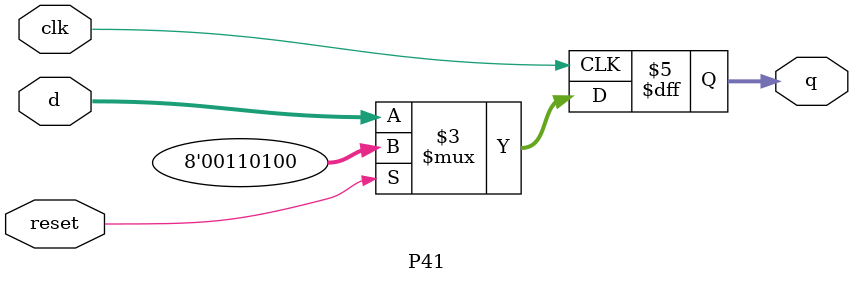
<source format=v>
module P41 (
    input            clk,
    input            reset,
    input      [7:0] d,
    output reg [7:0] q
);
  // 请用户在下方编辑代码
  always @(negedge clk) begin

    if (reset) q <= 8'h34;
    else q <= d;

  end

  //用户编辑到此为止
endmodule

</source>
